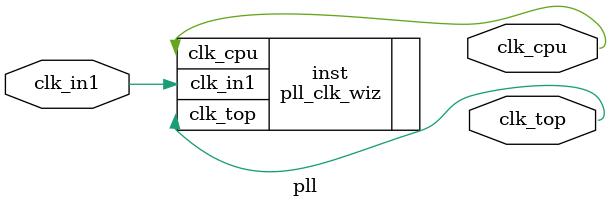
<source format=v>


`timescale 1ps/1ps

(* CORE_GENERATION_INFO = "pll,clk_wiz_v6_0_4_0_0,{component_name=pll,use_phase_alignment=true,use_min_o_jitter=false,use_max_i_jitter=false,use_dyn_phase_shift=false,use_inclk_switchover=false,use_dyn_reconfig=false,enable_axi=0,feedback_source=FDBK_AUTO,PRIMITIVE=PLL,num_out_clk=2,clkin1_period=20.000,clkin2_period=10.0,use_power_down=false,use_reset=false,use_locked=false,use_inclk_stopped=false,feedback_type=SINGLE,CLOCK_MGR_TYPE=NA,manual_override=false}" *)

module pll 
 (
  // Clock out ports
  output        clk_cpu,
  output        clk_top,
 // Clock in ports
  input         clk_in1
 );

  pll_clk_wiz inst
  (
  // Clock out ports  
  .clk_cpu(clk_cpu),
  .clk_top(clk_top),
 // Clock in ports
  .clk_in1(clk_in1)
  );

endmodule

</source>
